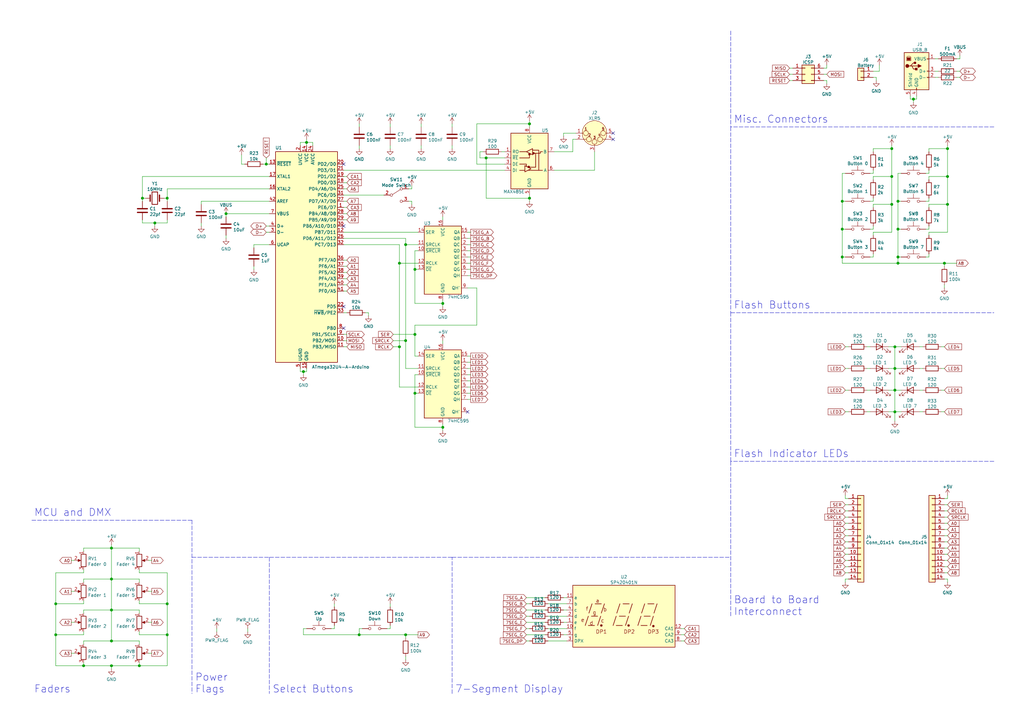
<source format=kicad_sch>
(kicad_sch (version 20210406) (generator eeschema)
  (paper "A3")
  (junction (at 22.86 247.65) (diameter 1.016))
  (junction (at 22.86 260.35) (diameter 1.016))
  (junction (at 34.29 273.05) (diameter 1.016))
  (junction (at 45.72 224.79) (diameter 1.016))
  (junction (at 45.72 237.49) (diameter 1.016))
  (junction (at 45.72 250.19) (diameter 1.016))
  (junction (at 45.72 262.89) (diameter 1.016))
  (junction (at 45.72 273.05) (diameter 1.016))
  (junction (at 57.15 273.05) (diameter 1.016))
  (junction (at 58.42 81.28) (diameter 1.016))
  (junction (at 63.5 91.44) (diameter 1.016))
  (junction (at 68.58 81.28) (diameter 1.016))
  (junction (at 68.58 247.65) (diameter 1.016))
  (junction (at 68.58 260.35) (diameter 1.016))
  (junction (at 92.71 87.63) (diameter 1.016))
  (junction (at 109.22 67.31) (diameter 1.016))
  (junction (at 124.46 152.4) (diameter 1.016))
  (junction (at 125.73 58.42) (diameter 1.016))
  (junction (at 147.32 260.35) (diameter 1.016))
  (junction (at 163.83 107.95) (diameter 1.016))
  (junction (at 163.83 142.24) (diameter 1.016))
  (junction (at 166.37 100.33) (diameter 1.016))
  (junction (at 166.37 139.7) (diameter 1.016))
  (junction (at 166.37 260.35) (diameter 1.016))
  (junction (at 170.18 110.49) (diameter 1.016))
  (junction (at 170.18 137.16) (diameter 1.016))
  (junction (at 170.18 161.29) (diameter 1.016))
  (junction (at 181.61 124.46) (diameter 1.016))
  (junction (at 181.61 175.26) (diameter 1.016))
  (junction (at 199.39 64.77) (diameter 1.016))
  (junction (at 217.17 50.8) (diameter 1.016))
  (junction (at 217.17 81.28) (diameter 1.016))
  (junction (at 345.44 82.55) (diameter 1.016))
  (junction (at 345.44 93.98) (diameter 1.016))
  (junction (at 345.44 105.41) (diameter 1.016))
  (junction (at 365.76 60.96) (diameter 1.016))
  (junction (at 365.76 72.39) (diameter 1.016))
  (junction (at 365.76 83.82) (diameter 1.016))
  (junction (at 367.03 142.24) (diameter 1.016))
  (junction (at 367.03 151.13) (diameter 1.016))
  (junction (at 367.03 160.02) (diameter 1.016))
  (junction (at 367.03 168.91) (diameter 1.016))
  (junction (at 368.3 82.55) (diameter 1.016))
  (junction (at 368.3 93.98) (diameter 1.016))
  (junction (at 368.3 105.41) (diameter 1.016))
  (junction (at 368.3 107.95) (diameter 1.016))
  (junction (at 374.65 40.64) (diameter 1.016))
  (junction (at 387.35 107.95) (diameter 1.016))
  (junction (at 388.62 60.96) (diameter 1.016))
  (junction (at 388.62 72.39) (diameter 1.016))
  (junction (at 388.62 83.82) (diameter 1.016))
  (no_connect (at 140.97 67.31))
  (no_connect (at 140.97 92.71))
  (no_connect (at 140.97 125.73))
  (no_connect (at 140.97 134.62))
  (no_connect (at 191.77 168.91))
  (no_connect (at 251.46 54.61))
  (no_connect (at 251.46 57.15))
  (wire (pts (xy 22.86 234.95) (xy 34.29 234.95)))
  (wire (pts (xy 22.86 247.65) (xy 22.86 234.95)))
  (wire (pts (xy 22.86 260.35) (xy 22.86 247.65)))
  (wire (pts (xy 22.86 273.05) (xy 22.86 260.35)))
  (wire (pts (xy 30.48 229.87) (xy 29.21 229.87)))
  (wire (pts (xy 30.48 242.57) (xy 29.21 242.57)))
  (wire (pts (xy 30.48 255.27) (xy 29.21 255.27)))
  (wire (pts (xy 30.48 267.97) (xy 29.21 267.97)))
  (wire (pts (xy 34.29 224.79) (xy 34.29 226.06)))
  (wire (pts (xy 34.29 233.68) (xy 34.29 234.95)))
  (wire (pts (xy 34.29 237.49) (xy 45.72 237.49)))
  (wire (pts (xy 34.29 238.76) (xy 34.29 237.49)))
  (wire (pts (xy 34.29 246.38) (xy 34.29 247.65)))
  (wire (pts (xy 34.29 247.65) (xy 22.86 247.65)))
  (wire (pts (xy 34.29 250.19) (xy 45.72 250.19)))
  (wire (pts (xy 34.29 251.46) (xy 34.29 250.19)))
  (wire (pts (xy 34.29 259.08) (xy 34.29 260.35)))
  (wire (pts (xy 34.29 260.35) (xy 22.86 260.35)))
  (wire (pts (xy 34.29 262.89) (xy 45.72 262.89)))
  (wire (pts (xy 34.29 264.16) (xy 34.29 262.89)))
  (wire (pts (xy 34.29 271.78) (xy 34.29 273.05)))
  (wire (pts (xy 34.29 273.05) (xy 22.86 273.05)))
  (wire (pts (xy 34.29 273.05) (xy 45.72 273.05)))
  (wire (pts (xy 45.72 223.52) (xy 45.72 224.79)))
  (wire (pts (xy 45.72 224.79) (xy 34.29 224.79)))
  (wire (pts (xy 45.72 224.79) (xy 45.72 237.49)))
  (wire (pts (xy 45.72 224.79) (xy 57.15 224.79)))
  (wire (pts (xy 45.72 237.49) (xy 45.72 250.19)))
  (wire (pts (xy 45.72 237.49) (xy 57.15 237.49)))
  (wire (pts (xy 45.72 250.19) (xy 45.72 262.89)))
  (wire (pts (xy 45.72 250.19) (xy 57.15 250.19)))
  (wire (pts (xy 45.72 262.89) (xy 57.15 262.89)))
  (wire (pts (xy 45.72 273.05) (xy 45.72 274.32)))
  (wire (pts (xy 45.72 273.05) (xy 57.15 273.05)))
  (wire (pts (xy 57.15 226.06) (xy 57.15 224.79)))
  (wire (pts (xy 57.15 233.68) (xy 57.15 234.95)))
  (wire (pts (xy 57.15 234.95) (xy 68.58 234.95)))
  (wire (pts (xy 57.15 238.76) (xy 57.15 237.49)))
  (wire (pts (xy 57.15 246.38) (xy 57.15 247.65)))
  (wire (pts (xy 57.15 247.65) (xy 68.58 247.65)))
  (wire (pts (xy 57.15 251.46) (xy 57.15 250.19)))
  (wire (pts (xy 57.15 259.08) (xy 57.15 260.35)))
  (wire (pts (xy 57.15 260.35) (xy 68.58 260.35)))
  (wire (pts (xy 57.15 264.16) (xy 57.15 262.89)))
  (wire (pts (xy 57.15 273.05) (xy 57.15 271.78)))
  (wire (pts (xy 58.42 72.39) (xy 58.42 81.28)))
  (wire (pts (xy 58.42 72.39) (xy 110.49 72.39)))
  (wire (pts (xy 58.42 81.28) (xy 58.42 82.55)))
  (wire (pts (xy 58.42 90.17) (xy 58.42 91.44)))
  (wire (pts (xy 59.69 81.28) (xy 58.42 81.28)))
  (wire (pts (xy 60.96 229.87) (xy 62.23 229.87)))
  (wire (pts (xy 60.96 242.57) (xy 62.23 242.57)))
  (wire (pts (xy 60.96 255.27) (xy 62.23 255.27)))
  (wire (pts (xy 60.96 267.97) (xy 62.23 267.97)))
  (wire (pts (xy 63.5 91.44) (xy 58.42 91.44)))
  (wire (pts (xy 63.5 91.44) (xy 63.5 92.71)))
  (wire (pts (xy 67.31 81.28) (xy 68.58 81.28)))
  (wire (pts (xy 68.58 77.47) (xy 68.58 81.28)))
  (wire (pts (xy 68.58 77.47) (xy 110.49 77.47)))
  (wire (pts (xy 68.58 82.55) (xy 68.58 81.28)))
  (wire (pts (xy 68.58 90.17) (xy 68.58 91.44)))
  (wire (pts (xy 68.58 91.44) (xy 63.5 91.44)))
  (wire (pts (xy 68.58 234.95) (xy 68.58 247.65)))
  (wire (pts (xy 68.58 247.65) (xy 68.58 260.35)))
  (wire (pts (xy 68.58 260.35) (xy 68.58 273.05)))
  (wire (pts (xy 68.58 273.05) (xy 57.15 273.05)))
  (wire (pts (xy 82.55 82.55) (xy 110.49 82.55)))
  (wire (pts (xy 82.55 83.82) (xy 82.55 82.55)))
  (wire (pts (xy 82.55 91.44) (xy 82.55 92.71)))
  (wire (pts (xy 88.9 257.81) (xy 88.9 259.08)))
  (wire (pts (xy 92.71 87.63) (xy 92.71 88.9)))
  (wire (pts (xy 92.71 96.52) (xy 92.71 97.79)))
  (wire (pts (xy 99.06 67.31) (xy 99.06 63.5)))
  (wire (pts (xy 100.33 67.31) (xy 99.06 67.31)))
  (wire (pts (xy 101.6 257.81) (xy 101.6 259.08)))
  (wire (pts (xy 104.14 100.33) (xy 110.49 100.33)))
  (wire (pts (xy 104.14 101.6) (xy 104.14 100.33)))
  (wire (pts (xy 104.14 109.22) (xy 104.14 110.49)))
  (wire (pts (xy 107.95 67.31) (xy 109.22 67.31)))
  (wire (pts (xy 109.22 64.77) (xy 109.22 67.31)))
  (wire (pts (xy 109.22 67.31) (xy 110.49 67.31)))
  (wire (pts (xy 109.22 92.71) (xy 110.49 92.71)))
  (wire (pts (xy 109.22 95.25) (xy 110.49 95.25)))
  (wire (pts (xy 110.49 87.63) (xy 92.71 87.63)))
  (wire (pts (xy 123.19 58.42) (xy 125.73 58.42)))
  (wire (pts (xy 123.19 59.69) (xy 123.19 58.42)))
  (wire (pts (xy 123.19 151.13) (xy 123.19 152.4)))
  (wire (pts (xy 123.19 152.4) (xy 124.46 152.4)))
  (wire (pts (xy 124.46 152.4) (xy 124.46 153.67)))
  (wire (pts (xy 124.46 152.4) (xy 125.73 152.4)))
  (wire (pts (xy 124.46 257.81) (xy 124.46 260.35)))
  (wire (pts (xy 124.46 257.81) (xy 125.73 257.81)))
  (wire (pts (xy 124.46 260.35) (xy 147.32 260.35)))
  (wire (pts (xy 125.73 57.15) (xy 125.73 58.42)))
  (wire (pts (xy 125.73 58.42) (xy 125.73 59.69)))
  (wire (pts (xy 125.73 151.13) (xy 125.73 152.4)))
  (wire (pts (xy 128.27 58.42) (xy 125.73 58.42)))
  (wire (pts (xy 128.27 59.69) (xy 128.27 58.42)))
  (wire (pts (xy 137.16 247.65) (xy 137.16 248.92)))
  (wire (pts (xy 137.16 256.54) (xy 137.16 257.81)))
  (wire (pts (xy 137.16 257.81) (xy 135.89 257.81)))
  (wire (pts (xy 140.97 69.85) (xy 207.01 69.85)))
  (wire (pts (xy 140.97 72.39) (xy 142.24 72.39)))
  (wire (pts (xy 140.97 74.93) (xy 142.24 74.93)))
  (wire (pts (xy 140.97 77.47) (xy 142.24 77.47)))
  (wire (pts (xy 140.97 80.01) (xy 157.48 80.01)))
  (wire (pts (xy 140.97 82.55) (xy 142.24 82.55)))
  (wire (pts (xy 140.97 85.09) (xy 142.24 85.09)))
  (wire (pts (xy 140.97 87.63) (xy 142.24 87.63)))
  (wire (pts (xy 140.97 90.17) (xy 142.24 90.17)))
  (wire (pts (xy 140.97 95.25) (xy 171.45 95.25)))
  (wire (pts (xy 140.97 97.79) (xy 166.37 97.79)))
  (wire (pts (xy 140.97 100.33) (xy 163.83 100.33)))
  (wire (pts (xy 140.97 106.68) (xy 142.24 106.68)))
  (wire (pts (xy 140.97 109.22) (xy 142.24 109.22)))
  (wire (pts (xy 140.97 111.76) (xy 142.24 111.76)))
  (wire (pts (xy 140.97 114.3) (xy 142.24 114.3)))
  (wire (pts (xy 140.97 116.84) (xy 142.24 116.84)))
  (wire (pts (xy 140.97 119.38) (xy 142.24 119.38)))
  (wire (pts (xy 140.97 128.27) (xy 142.24 128.27)))
  (wire (pts (xy 140.97 137.16) (xy 142.24 137.16)))
  (wire (pts (xy 140.97 139.7) (xy 142.24 139.7)))
  (wire (pts (xy 140.97 142.24) (xy 142.24 142.24)))
  (wire (pts (xy 147.32 50.8) (xy 147.32 52.07)))
  (wire (pts (xy 147.32 59.69) (xy 147.32 60.96)))
  (wire (pts (xy 147.32 257.81) (xy 147.32 260.35)))
  (wire (pts (xy 147.32 257.81) (xy 148.59 257.81)))
  (wire (pts (xy 147.32 260.35) (xy 166.37 260.35)))
  (wire (pts (xy 151.13 128.27) (xy 149.86 128.27)))
  (wire (pts (xy 151.13 129.54) (xy 151.13 128.27)))
  (wire (pts (xy 158.75 257.81) (xy 160.02 257.81)))
  (wire (pts (xy 160.02 50.8) (xy 160.02 52.07)))
  (wire (pts (xy 160.02 59.69) (xy 160.02 60.96)))
  (wire (pts (xy 160.02 247.65) (xy 160.02 248.92)))
  (wire (pts (xy 160.02 257.81) (xy 160.02 256.54)))
  (wire (pts (xy 161.29 137.16) (xy 170.18 137.16)))
  (wire (pts (xy 161.29 139.7) (xy 166.37 139.7)))
  (wire (pts (xy 161.29 142.24) (xy 163.83 142.24)))
  (wire (pts (xy 163.83 100.33) (xy 163.83 107.95)))
  (wire (pts (xy 163.83 107.95) (xy 171.45 107.95)))
  (wire (pts (xy 163.83 142.24) (xy 163.83 107.95)))
  (wire (pts (xy 163.83 142.24) (xy 163.83 158.75)))
  (wire (pts (xy 166.37 97.79) (xy 166.37 100.33)))
  (wire (pts (xy 166.37 100.33) (xy 171.45 100.33)))
  (wire (pts (xy 166.37 139.7) (xy 166.37 100.33)))
  (wire (pts (xy 166.37 139.7) (xy 166.37 151.13)))
  (wire (pts (xy 166.37 260.35) (xy 166.37 261.62)))
  (wire (pts (xy 166.37 260.35) (xy 171.45 260.35)))
  (wire (pts (xy 166.37 269.24) (xy 166.37 270.51)))
  (wire (pts (xy 167.64 77.47) (xy 168.91 77.47)))
  (wire (pts (xy 167.64 82.55) (xy 168.91 82.55)))
  (wire (pts (xy 168.91 76.2) (xy 168.91 77.47)))
  (wire (pts (xy 168.91 82.55) (xy 168.91 83.82)))
  (wire (pts (xy 170.18 102.87) (xy 170.18 110.49)))
  (wire (pts (xy 170.18 110.49) (xy 170.18 124.46)))
  (wire (pts (xy 170.18 124.46) (xy 181.61 124.46)))
  (wire (pts (xy 170.18 133.35) (xy 170.18 137.16)))
  (wire (pts (xy 170.18 137.16) (xy 170.18 146.05)))
  (wire (pts (xy 170.18 146.05) (xy 171.45 146.05)))
  (wire (pts (xy 170.18 153.67) (xy 170.18 161.29)))
  (wire (pts (xy 170.18 161.29) (xy 170.18 175.26)))
  (wire (pts (xy 170.18 175.26) (xy 181.61 175.26)))
  (wire (pts (xy 171.45 102.87) (xy 170.18 102.87)))
  (wire (pts (xy 171.45 110.49) (xy 170.18 110.49)))
  (wire (pts (xy 171.45 151.13) (xy 166.37 151.13)))
  (wire (pts (xy 171.45 153.67) (xy 170.18 153.67)))
  (wire (pts (xy 171.45 158.75) (xy 163.83 158.75)))
  (wire (pts (xy 171.45 161.29) (xy 170.18 161.29)))
  (wire (pts (xy 172.72 50.8) (xy 172.72 52.07)))
  (wire (pts (xy 172.72 59.69) (xy 172.72 60.96)))
  (wire (pts (xy 181.61 88.9) (xy 181.61 90.17)))
  (wire (pts (xy 181.61 123.19) (xy 181.61 124.46)))
  (wire (pts (xy 181.61 124.46) (xy 181.61 125.73)))
  (wire (pts (xy 181.61 139.7) (xy 181.61 140.97)))
  (wire (pts (xy 181.61 173.99) (xy 181.61 175.26)))
  (wire (pts (xy 181.61 175.26) (xy 181.61 176.53)))
  (wire (pts (xy 185.42 50.8) (xy 185.42 52.07)))
  (wire (pts (xy 185.42 59.69) (xy 185.42 60.96)))
  (wire (pts (xy 191.77 95.25) (xy 193.04 95.25)))
  (wire (pts (xy 191.77 97.79) (xy 193.04 97.79)))
  (wire (pts (xy 191.77 100.33) (xy 193.04 100.33)))
  (wire (pts (xy 191.77 102.87) (xy 193.04 102.87)))
  (wire (pts (xy 191.77 105.41) (xy 193.04 105.41)))
  (wire (pts (xy 191.77 107.95) (xy 193.04 107.95)))
  (wire (pts (xy 191.77 110.49) (xy 193.04 110.49)))
  (wire (pts (xy 191.77 113.03) (xy 193.04 113.03)))
  (wire (pts (xy 191.77 118.11) (xy 195.58 118.11)))
  (wire (pts (xy 191.77 146.05) (xy 193.04 146.05)))
  (wire (pts (xy 191.77 148.59) (xy 193.04 148.59)))
  (wire (pts (xy 191.77 151.13) (xy 193.04 151.13)))
  (wire (pts (xy 191.77 153.67) (xy 193.04 153.67)))
  (wire (pts (xy 191.77 156.21) (xy 193.04 156.21)))
  (wire (pts (xy 191.77 158.75) (xy 193.04 158.75)))
  (wire (pts (xy 191.77 161.29) (xy 193.04 161.29)))
  (wire (pts (xy 191.77 163.83) (xy 193.04 163.83)))
  (wire (pts (xy 195.58 67.31) (xy 195.58 50.8)))
  (wire (pts (xy 195.58 118.11) (xy 195.58 133.35)))
  (wire (pts (xy 195.58 133.35) (xy 170.18 133.35)))
  (wire (pts (xy 196.85 62.23) (xy 196.85 64.77)))
  (wire (pts (xy 198.12 62.23) (xy 196.85 62.23)))
  (wire (pts (xy 199.39 64.77) (xy 196.85 64.77)))
  (wire (pts (xy 199.39 64.77) (xy 199.39 81.28)))
  (wire (pts (xy 199.39 81.28) (xy 217.17 81.28)))
  (wire (pts (xy 207.01 62.23) (xy 205.74 62.23)))
  (wire (pts (xy 207.01 64.77) (xy 199.39 64.77)))
  (wire (pts (xy 207.01 67.31) (xy 195.58 67.31)))
  (wire (pts (xy 215.9 245.11) (xy 223.52 245.11)))
  (wire (pts (xy 215.9 247.65) (xy 217.17 247.65)))
  (wire (pts (xy 215.9 250.19) (xy 223.52 250.19)))
  (wire (pts (xy 215.9 252.73) (xy 217.17 252.73)))
  (wire (pts (xy 215.9 255.27) (xy 223.52 255.27)))
  (wire (pts (xy 215.9 257.81) (xy 217.17 257.81)))
  (wire (pts (xy 215.9 260.35) (xy 223.52 260.35)))
  (wire (pts (xy 215.9 262.89) (xy 217.17 262.89)))
  (wire (pts (xy 217.17 49.53) (xy 217.17 50.8)))
  (wire (pts (xy 217.17 50.8) (xy 195.58 50.8)))
  (wire (pts (xy 217.17 50.8) (xy 217.17 52.07)))
  (wire (pts (xy 217.17 80.01) (xy 217.17 81.28)))
  (wire (pts (xy 217.17 81.28) (xy 217.17 82.55)))
  (wire (pts (xy 224.79 247.65) (xy 232.41 247.65)))
  (wire (pts (xy 224.79 252.73) (xy 232.41 252.73)))
  (wire (pts (xy 224.79 257.81) (xy 232.41 257.81)))
  (wire (pts (xy 224.79 262.89) (xy 232.41 262.89)))
  (wire (pts (xy 231.14 54.61) (xy 231.14 55.88)))
  (wire (pts (xy 231.14 245.11) (xy 232.41 245.11)))
  (wire (pts (xy 231.14 250.19) (xy 232.41 250.19)))
  (wire (pts (xy 231.14 255.27) (xy 232.41 255.27)))
  (wire (pts (xy 231.14 260.35) (xy 232.41 260.35)))
  (wire (pts (xy 234.95 57.15) (xy 236.22 57.15)))
  (wire (pts (xy 234.95 62.23) (xy 227.33 62.23)))
  (wire (pts (xy 234.95 62.23) (xy 234.95 57.15)))
  (wire (pts (xy 236.22 54.61) (xy 231.14 54.61)))
  (wire (pts (xy 243.84 62.23) (xy 243.84 69.85)))
  (wire (pts (xy 243.84 69.85) (xy 227.33 69.85)))
  (wire (pts (xy 279.4 257.81) (xy 280.67 257.81)))
  (wire (pts (xy 279.4 260.35) (xy 280.67 260.35)))
  (wire (pts (xy 279.4 262.89) (xy 280.67 262.89)))
  (wire (pts (xy 323.85 27.94) (xy 325.12 27.94)))
  (wire (pts (xy 323.85 30.48) (xy 325.12 30.48)))
  (wire (pts (xy 323.85 33.02) (xy 325.12 33.02)))
  (wire (pts (xy 337.82 27.94) (xy 339.09 27.94)))
  (wire (pts (xy 337.82 30.48) (xy 339.09 30.48)))
  (wire (pts (xy 339.09 26.67) (xy 339.09 27.94)))
  (wire (pts (xy 339.09 33.02) (xy 337.82 33.02)))
  (wire (pts (xy 339.09 34.29) (xy 339.09 33.02)))
  (wire (pts (xy 345.44 71.12) (xy 345.44 82.55)))
  (wire (pts (xy 345.44 71.12) (xy 346.71 71.12)))
  (wire (pts (xy 345.44 82.55) (xy 345.44 93.98)))
  (wire (pts (xy 345.44 82.55) (xy 346.71 82.55)))
  (wire (pts (xy 345.44 93.98) (xy 345.44 105.41)))
  (wire (pts (xy 345.44 93.98) (xy 346.71 93.98)))
  (wire (pts (xy 345.44 105.41) (xy 345.44 107.95)))
  (wire (pts (xy 345.44 105.41) (xy 346.71 105.41)))
  (wire (pts (xy 345.44 107.95) (xy 368.3 107.95)))
  (wire (pts (xy 346.71 142.24) (xy 347.98 142.24)))
  (wire (pts (xy 346.71 151.13) (xy 347.98 151.13)))
  (wire (pts (xy 346.71 160.02) (xy 347.98 160.02)))
  (wire (pts (xy 346.71 168.91) (xy 347.98 168.91)))
  (wire (pts (xy 346.71 203.2) (xy 346.71 204.47)))
  (wire (pts (xy 346.71 204.47) (xy 347.98 204.47)))
  (wire (pts (xy 346.71 207.01) (xy 347.98 207.01)))
  (wire (pts (xy 346.71 209.55) (xy 347.98 209.55)))
  (wire (pts (xy 346.71 212.09) (xy 347.98 212.09)))
  (wire (pts (xy 346.71 229.87) (xy 347.98 229.87)))
  (wire (pts (xy 346.71 232.41) (xy 347.98 232.41)))
  (wire (pts (xy 346.71 234.95) (xy 347.98 234.95)))
  (wire (pts (xy 346.71 237.49) (xy 347.98 237.49)))
  (wire (pts (xy 346.71 238.76) (xy 346.71 237.49)))
  (wire (pts (xy 347.98 214.63) (xy 346.71 214.63)))
  (wire (pts (xy 347.98 217.17) (xy 346.71 217.17)))
  (wire (pts (xy 347.98 219.71) (xy 346.71 219.71)))
  (wire (pts (xy 347.98 222.25) (xy 346.71 222.25)))
  (wire (pts (xy 347.98 224.79) (xy 346.71 224.79)))
  (wire (pts (xy 347.98 227.33) (xy 346.71 227.33)))
  (wire (pts (xy 355.6 142.24) (xy 356.87 142.24)))
  (wire (pts (xy 355.6 151.13) (xy 356.87 151.13)))
  (wire (pts (xy 355.6 160.02) (xy 356.87 160.02)))
  (wire (pts (xy 355.6 168.91) (xy 356.87 168.91)))
  (wire (pts (xy 358.14 60.96) (xy 358.14 62.23)))
  (wire (pts (xy 358.14 69.85) (xy 358.14 71.12)))
  (wire (pts (xy 358.14 71.12) (xy 356.87 71.12)))
  (wire (pts (xy 358.14 72.39) (xy 358.14 73.66)))
  (wire (pts (xy 358.14 72.39) (xy 365.76 72.39)))
  (wire (pts (xy 358.14 81.28) (xy 358.14 82.55)))
  (wire (pts (xy 358.14 82.55) (xy 356.87 82.55)))
  (wire (pts (xy 358.14 83.82) (xy 358.14 85.09)))
  (wire (pts (xy 358.14 83.82) (xy 365.76 83.82)))
  (wire (pts (xy 358.14 92.71) (xy 358.14 93.98)))
  (wire (pts (xy 358.14 93.98) (xy 356.87 93.98)))
  (wire (pts (xy 358.14 95.25) (xy 358.14 96.52)))
  (wire (pts (xy 358.14 95.25) (xy 365.76 95.25)))
  (wire (pts (xy 358.14 104.14) (xy 358.14 105.41)))
  (wire (pts (xy 358.14 105.41) (xy 356.87 105.41)))
  (wire (pts (xy 359.41 31.75) (xy 358.14 31.75)))
  (wire (pts (xy 359.41 33.02) (xy 359.41 31.75)))
  (wire (pts (xy 360.68 26.67) (xy 360.68 29.21)))
  (wire (pts (xy 360.68 29.21) (xy 358.14 29.21)))
  (wire (pts (xy 364.49 142.24) (xy 367.03 142.24)))
  (wire (pts (xy 364.49 151.13) (xy 367.03 151.13)))
  (wire (pts (xy 364.49 160.02) (xy 367.03 160.02)))
  (wire (pts (xy 364.49 168.91) (xy 367.03 168.91)))
  (wire (pts (xy 365.76 59.69) (xy 365.76 60.96)))
  (wire (pts (xy 365.76 60.96) (xy 358.14 60.96)))
  (wire (pts (xy 365.76 72.39) (xy 365.76 60.96)))
  (wire (pts (xy 365.76 72.39) (xy 365.76 83.82)))
  (wire (pts (xy 365.76 83.82) (xy 365.76 95.25)))
  (wire (pts (xy 367.03 142.24) (xy 367.03 151.13)))
  (wire (pts (xy 367.03 142.24) (xy 369.57 142.24)))
  (wire (pts (xy 367.03 151.13) (xy 367.03 160.02)))
  (wire (pts (xy 367.03 151.13) (xy 369.57 151.13)))
  (wire (pts (xy 367.03 160.02) (xy 367.03 168.91)))
  (wire (pts (xy 367.03 160.02) (xy 369.57 160.02)))
  (wire (pts (xy 367.03 168.91) (xy 367.03 172.72)))
  (wire (pts (xy 367.03 168.91) (xy 369.57 168.91)))
  (wire (pts (xy 368.3 71.12) (xy 368.3 82.55)))
  (wire (pts (xy 368.3 82.55) (xy 368.3 93.98)))
  (wire (pts (xy 368.3 82.55) (xy 369.57 82.55)))
  (wire (pts (xy 368.3 93.98) (xy 368.3 105.41)))
  (wire (pts (xy 368.3 93.98) (xy 369.57 93.98)))
  (wire (pts (xy 368.3 105.41) (xy 368.3 107.95)))
  (wire (pts (xy 368.3 105.41) (xy 369.57 105.41)))
  (wire (pts (xy 368.3 107.95) (xy 387.35 107.95)))
  (wire (pts (xy 369.57 71.12) (xy 368.3 71.12)))
  (wire (pts (xy 373.38 39.37) (xy 373.38 40.64)))
  (wire (pts (xy 374.65 40.64) (xy 373.38 40.64)))
  (wire (pts (xy 374.65 40.64) (xy 374.65 41.91)))
  (wire (pts (xy 375.92 39.37) (xy 375.92 40.64)))
  (wire (pts (xy 375.92 40.64) (xy 374.65 40.64)))
  (wire (pts (xy 377.19 142.24) (xy 378.46 142.24)))
  (wire (pts (xy 377.19 151.13) (xy 378.46 151.13)))
  (wire (pts (xy 377.19 160.02) (xy 378.46 160.02)))
  (wire (pts (xy 377.19 168.91) (xy 378.46 168.91)))
  (wire (pts (xy 379.73 71.12) (xy 381 71.12)))
  (wire (pts (xy 379.73 82.55) (xy 381 82.55)))
  (wire (pts (xy 379.73 93.98) (xy 381 93.98)))
  (wire (pts (xy 379.73 105.41) (xy 381 105.41)))
  (wire (pts (xy 381 60.96) (xy 381 62.23)))
  (wire (pts (xy 381 71.12) (xy 381 69.85)))
  (wire (pts (xy 381 72.39) (xy 388.62 72.39)))
  (wire (pts (xy 381 73.66) (xy 381 72.39)))
  (wire (pts (xy 381 82.55) (xy 381 81.28)))
  (wire (pts (xy 381 83.82) (xy 388.62 83.82)))
  (wire (pts (xy 381 85.09) (xy 381 83.82)))
  (wire (pts (xy 381 93.98) (xy 381 92.71)))
  (wire (pts (xy 381 95.25) (xy 388.62 95.25)))
  (wire (pts (xy 381 96.52) (xy 381 95.25)))
  (wire (pts (xy 381 105.41) (xy 381 104.14)))
  (wire (pts (xy 383.54 24.13) (xy 384.81 24.13)))
  (wire (pts (xy 383.54 29.21) (xy 384.81 29.21)))
  (wire (pts (xy 383.54 31.75) (xy 384.81 31.75)))
  (wire (pts (xy 386.08 142.24) (xy 387.35 142.24)))
  (wire (pts (xy 386.08 151.13) (xy 387.35 151.13)))
  (wire (pts (xy 386.08 160.02) (xy 387.35 160.02)))
  (wire (pts (xy 386.08 168.91) (xy 387.35 168.91)))
  (wire (pts (xy 387.35 107.95) (xy 387.35 109.22)))
  (wire (pts (xy 387.35 107.95) (xy 392.43 107.95)))
  (wire (pts (xy 387.35 116.84) (xy 387.35 118.11)))
  (wire (pts (xy 387.35 214.63) (xy 388.62 214.63)))
  (wire (pts (xy 387.35 217.17) (xy 388.62 217.17)))
  (wire (pts (xy 387.35 219.71) (xy 388.62 219.71)))
  (wire (pts (xy 387.35 222.25) (xy 388.62 222.25)))
  (wire (pts (xy 387.35 224.79) (xy 388.62 224.79)))
  (wire (pts (xy 387.35 227.33) (xy 388.62 227.33)))
  (wire (pts (xy 388.62 59.69) (xy 388.62 60.96)))
  (wire (pts (xy 388.62 60.96) (xy 381 60.96)))
  (wire (pts (xy 388.62 72.39) (xy 388.62 60.96)))
  (wire (pts (xy 388.62 72.39) (xy 388.62 83.82)))
  (wire (pts (xy 388.62 83.82) (xy 388.62 95.25)))
  (wire (pts (xy 388.62 203.2) (xy 388.62 204.47)))
  (wire (pts (xy 388.62 204.47) (xy 387.35 204.47)))
  (wire (pts (xy 388.62 207.01) (xy 387.35 207.01)))
  (wire (pts (xy 388.62 209.55) (xy 387.35 209.55)))
  (wire (pts (xy 388.62 212.09) (xy 387.35 212.09)))
  (wire (pts (xy 388.62 229.87) (xy 387.35 229.87)))
  (wire (pts (xy 388.62 232.41) (xy 387.35 232.41)))
  (wire (pts (xy 388.62 234.95) (xy 387.35 234.95)))
  (wire (pts (xy 388.62 237.49) (xy 387.35 237.49)))
  (wire (pts (xy 388.62 238.76) (xy 388.62 237.49)))
  (wire (pts (xy 392.43 24.13) (xy 393.7 24.13)))
  (wire (pts (xy 392.43 29.21) (xy 393.7 29.21)))
  (wire (pts (xy 392.43 31.75) (xy 393.7 31.75)))
  (wire (pts (xy 393.7 22.86) (xy 393.7 24.13)))
  (polyline (pts (xy 78.74 213.36) (xy 12.7 213.36)) (stroke (width 0) (type dash)))
  (polyline (pts (xy 78.74 213.36) (xy 78.74 284.48)) (stroke (width 0) (type dash)))
  (polyline (pts (xy 78.74 228.6) (xy 110.49 228.6)) (stroke (width 0) (type dash)))
  (polyline (pts (xy 110.49 228.6) (xy 110.49 284.48)) (stroke (width 0) (type dash)))
  (polyline (pts (xy 185.42 228.6) (xy 110.49 228.6)) (stroke (width 0) (type dash)))
  (polyline (pts (xy 185.42 228.6) (xy 299.72 228.6)) (stroke (width 0) (type dash)))
  (polyline (pts (xy 185.42 284.48) (xy 185.42 228.6)) (stroke (width 0) (type dash)))
  (polyline (pts (xy 299.72 12.7) (xy 299.72 52.07)) (stroke (width 0) (type dash)))
  (polyline (pts (xy 299.72 52.07) (xy 299.72 128.27)) (stroke (width 0) (type dash)))
  (polyline (pts (xy 299.72 128.27) (xy 407.67 128.27)) (stroke (width 0) (type dash)))
  (polyline (pts (xy 299.72 189.23) (xy 299.72 128.27)) (stroke (width 0) (type dash)))
  (polyline (pts (xy 299.72 189.23) (xy 299.72 252.73)) (stroke (width 0) (type dash)))
  (polyline (pts (xy 407.67 52.07) (xy 299.72 52.07)) (stroke (width 0) (type dash)))
  (polyline (pts (xy 407.67 189.23) (xy 299.72 189.23)) (stroke (width 0) (type dash)))
  (text "MCU and DMX" (at 13.97 212.09 0) (effects (font (size 3 3)) (justify left bottom)))
  (text "Faders" (at 13.97 284.48 0) (effects (font (size 3 3)) (justify left bottom)))
  (text "Power\nFlags\n" (at 80.01 284.48 0) (effects (font (size 3 3)) (justify left bottom)))
  (text "Select Buttons" (at 111.76 284.48 0) (effects (font (size 3 3)) (justify left bottom)))
  (text "7-Segment Display" (at 186.69 284.48 0) (effects (font (size 3 3)) (justify left bottom)))
  (text "Misc. Connectors" (at 300.99 50.8 0) (effects (font (size 3 3)) (justify left bottom)))
  (text "Flash Buttons" (at 300.99 127 0) (effects (font (size 3 3)) (justify left bottom)))
  (text "Flash Indicator LEDs" (at 300.99 187.96 0) (effects (font (size 3 3)) (justify left bottom)))
  (text "Board to Board\nInterconnect" (at 300.99 252.73 0) (effects (font (size 3 3)) (justify left bottom)))
  (global_label "A0" (shape output) (at 29.21 229.87 180) (property "Intersheet References" "${INTERSHEET_REFS}" (effects hide)))
  (global_label "A1" (shape output) (at 29.21 242.57 180) (property "Intersheet References" "${INTERSHEET_REFS}" (effects hide)))
  (global_label "A2" (shape output) (at 29.21 255.27 180) (property "Intersheet References" "${INTERSHEET_REFS}" (effects hide)))
  (global_label "A3" (shape output) (at 29.21 267.97 180) (property "Intersheet References" "${INTERSHEET_REFS}" (effects hide)))
  (global_label "A4" (shape output) (at 62.23 229.87 0) (property "Intersheet References" "${INTERSHEET_REFS}" (effects hide)))
  (global_label "A5" (shape output) (at 62.23 242.57 0) (property "Intersheet References" "${INTERSHEET_REFS}" (effects hide)))
  (global_label "A6" (shape output) (at 62.23 255.27 0) (property "Intersheet References" "${INTERSHEET_REFS}" (effects hide)))
  (global_label "A7" (shape output) (at 62.23 267.97 0) (property "Intersheet References" "${INTERSHEET_REFS}" (effects hide)))
  (global_label "RESET" (shape input) (at 109.22 64.77 90) (property "Intersheet References" "${INTERSHEET_REFS}" (effects hide)))
  (global_label "D+" (shape bidirectional) (at 109.22 92.71 180) (property "Intersheet References" "${INTERSHEET_REFS}" (effects hide)))
  (global_label "D-" (shape bidirectional) (at 109.22 95.25 180) (property "Intersheet References" "${INTERSHEET_REFS}" (effects hide)))
  (global_label "CA1" (shape input) (at 142.24 72.39 0) (property "Intersheet References" "${INTERSHEET_REFS}" (effects hide)))
  (global_label "CA2" (shape input) (at 142.24 74.93 0) (property "Intersheet References" "${INTERSHEET_REFS}" (effects hide)))
  (global_label "A6" (shape input) (at 142.24 77.47 0) (property "Intersheet References" "${INTERSHEET_REFS}" (effects hide)))
  (global_label "A7" (shape input) (at 142.24 82.55 0) (property "Intersheet References" "${INTERSHEET_REFS}" (effects hide)))
  (global_label "CA3" (shape input) (at 142.24 85.09 0) (property "Intersheet References" "${INTERSHEET_REFS}" (effects hide)))
  (global_label "A8" (shape input) (at 142.24 87.63 0) (property "Intersheet References" "${INTERSHEET_REFS}" (effects hide)))
  (global_label "A9" (shape input) (at 142.24 90.17 0) (property "Intersheet References" "${INTERSHEET_REFS}" (effects hide)))
  (global_label "A0" (shape input) (at 142.24 106.68 0) (property "Intersheet References" "${INTERSHEET_REFS}" (effects hide)))
  (global_label "A1" (shape input) (at 142.24 109.22 0) (property "Intersheet References" "${INTERSHEET_REFS}" (effects hide)))
  (global_label "A2" (shape input) (at 142.24 111.76 0) (property "Intersheet References" "${INTERSHEET_REFS}" (effects hide)))
  (global_label "A3" (shape input) (at 142.24 114.3 0) (property "Intersheet References" "${INTERSHEET_REFS}" (effects hide)))
  (global_label "A4" (shape input) (at 142.24 116.84 0) (property "Intersheet References" "${INTERSHEET_REFS}" (effects hide)))
  (global_label "A5" (shape input) (at 142.24 119.38 0) (property "Intersheet References" "${INTERSHEET_REFS}" (effects hide)))
  (global_label "SCLK" (shape output) (at 142.24 137.16 0) (property "Intersheet References" "${INTERSHEET_REFS}" (effects hide)))
  (global_label "MOSI" (shape output) (at 142.24 139.7 0) (property "Intersheet References" "${INTERSHEET_REFS}" (effects hide)))
  (global_label "MISO" (shape input) (at 142.24 142.24 0) (property "Intersheet References" "${INTERSHEET_REFS}" (effects hide)))
  (global_label "SER" (shape input) (at 161.29 137.16 180) (property "Intersheet References" "${INTERSHEET_REFS}" (effects hide)))
  (global_label "SRCLK" (shape input) (at 161.29 139.7 180) (property "Intersheet References" "${INTERSHEET_REFS}" (effects hide)))
  (global_label "RCLK" (shape input) (at 161.29 142.24 180) (property "Intersheet References" "${INTERSHEET_REFS}" (effects hide)))
  (global_label "A9" (shape output) (at 171.45 260.35 0) (property "Intersheet References" "${INTERSHEET_REFS}" (effects hide)))
  (global_label "7SEG_A" (shape output) (at 193.04 95.25 0) (property "Intersheet References" "${INTERSHEET_REFS}" (effects hide)))
  (global_label "7SEG_B" (shape output) (at 193.04 97.79 0) (property "Intersheet References" "${INTERSHEET_REFS}" (effects hide)))
  (global_label "7SEG_C" (shape output) (at 193.04 100.33 0) (property "Intersheet References" "${INTERSHEET_REFS}" (effects hide)))
  (global_label "7SEG_D" (shape output) (at 193.04 102.87 0) (property "Intersheet References" "${INTERSHEET_REFS}" (effects hide)))
  (global_label "7SEG_E" (shape output) (at 193.04 105.41 0) (property "Intersheet References" "${INTERSHEET_REFS}" (effects hide)))
  (global_label "7SEG_F" (shape output) (at 193.04 107.95 0) (property "Intersheet References" "${INTERSHEET_REFS}" (effects hide)))
  (global_label "7SEG_G" (shape output) (at 193.04 110.49 0) (property "Intersheet References" "${INTERSHEET_REFS}" (effects hide)))
  (global_label "7SEG_DP" (shape output) (at 193.04 113.03 0) (property "Intersheet References" "${INTERSHEET_REFS}" (effects hide)))
  (global_label "LED0" (shape output) (at 193.04 146.05 0) (property "Intersheet References" "${INTERSHEET_REFS}" (effects hide)))
  (global_label "LED1" (shape output) (at 193.04 148.59 0) (property "Intersheet References" "${INTERSHEET_REFS}" (effects hide)))
  (global_label "LED2" (shape output) (at 193.04 151.13 0) (property "Intersheet References" "${INTERSHEET_REFS}" (effects hide)))
  (global_label "LED3" (shape output) (at 193.04 153.67 0) (property "Intersheet References" "${INTERSHEET_REFS}" (effects hide)))
  (global_label "LED4" (shape output) (at 193.04 156.21 0) (property "Intersheet References" "${INTERSHEET_REFS}" (effects hide)))
  (global_label "LED5" (shape output) (at 193.04 158.75 0) (property "Intersheet References" "${INTERSHEET_REFS}" (effects hide)))
  (global_label "LED6" (shape output) (at 193.04 161.29 0) (property "Intersheet References" "${INTERSHEET_REFS}" (effects hide)))
  (global_label "LED7" (shape output) (at 193.04 163.83 0) (property "Intersheet References" "${INTERSHEET_REFS}" (effects hide)))
  (global_label "7SEG_A" (shape input) (at 215.9 245.11 180) (property "Intersheet References" "${INTERSHEET_REFS}" (effects hide)))
  (global_label "7SEG_B" (shape input) (at 215.9 247.65 180) (property "Intersheet References" "${INTERSHEET_REFS}" (effects hide)))
  (global_label "7SEG_C" (shape input) (at 215.9 250.19 180) (property "Intersheet References" "${INTERSHEET_REFS}" (effects hide)))
  (global_label "7SEG_D" (shape input) (at 215.9 252.73 180) (property "Intersheet References" "${INTERSHEET_REFS}" (effects hide)))
  (global_label "7SEG_E" (shape input) (at 215.9 255.27 180) (property "Intersheet References" "${INTERSHEET_REFS}" (effects hide)))
  (global_label "7SEG_F" (shape input) (at 215.9 257.81 180) (property "Intersheet References" "${INTERSHEET_REFS}" (effects hide)))
  (global_label "7SEG_G" (shape input) (at 215.9 260.35 180) (property "Intersheet References" "${INTERSHEET_REFS}" (effects hide)))
  (global_label "7SEG_DP" (shape input) (at 215.9 262.89 180) (property "Intersheet References" "${INTERSHEET_REFS}" (effects hide)))
  (global_label "CA1" (shape input) (at 280.67 257.81 0) (property "Intersheet References" "${INTERSHEET_REFS}" (effects hide)))
  (global_label "CA2" (shape input) (at 280.67 260.35 0) (property "Intersheet References" "${INTERSHEET_REFS}" (effects hide)))
  (global_label "CA3" (shape input) (at 280.67 262.89 0) (property "Intersheet References" "${INTERSHEET_REFS}" (effects hide)))
  (global_label "MISO" (shape input) (at 323.85 27.94 180) (property "Intersheet References" "${INTERSHEET_REFS}" (effects hide)))
  (global_label "SCLK" (shape input) (at 323.85 30.48 180) (property "Intersheet References" "${INTERSHEET_REFS}" (effects hide)))
  (global_label "RESET" (shape input) (at 323.85 33.02 180) (property "Intersheet References" "${INTERSHEET_REFS}" (effects hide)))
  (global_label "MOSI" (shape input) (at 339.09 30.48 0) (property "Intersheet References" "${INTERSHEET_REFS}" (effects hide)))
  (global_label "LED0" (shape input) (at 346.71 142.24 180) (property "Intersheet References" "${INTERSHEET_REFS}" (effects hide)))
  (global_label "LED1" (shape input) (at 346.71 151.13 180) (property "Intersheet References" "${INTERSHEET_REFS}" (effects hide)))
  (global_label "LED2" (shape input) (at 346.71 160.02 180) (property "Intersheet References" "${INTERSHEET_REFS}" (effects hide)))
  (global_label "LED3" (shape input) (at 346.71 168.91 180) (property "Intersheet References" "${INTERSHEET_REFS}" (effects hide)))
  (global_label "SER" (shape input) (at 346.71 207.01 180) (property "Intersheet References" "${INTERSHEET_REFS}" (effects hide)))
  (global_label "RCLK" (shape input) (at 346.71 209.55 180) (property "Intersheet References" "${INTERSHEET_REFS}" (effects hide)))
  (global_label "SRCLK" (shape input) (at 346.71 212.09 180) (property "Intersheet References" "${INTERSHEET_REFS}" (effects hide)))
  (global_label "A0" (shape input) (at 346.71 214.63 180) (property "Intersheet References" "${INTERSHEET_REFS}" (effects hide)))
  (global_label "A1" (shape input) (at 346.71 217.17 180) (property "Intersheet References" "${INTERSHEET_REFS}" (effects hide)))
  (global_label "A2" (shape input) (at 346.71 219.71 180) (property "Intersheet References" "${INTERSHEET_REFS}" (effects hide)))
  (global_label "A3" (shape input) (at 346.71 222.25 180) (property "Intersheet References" "${INTERSHEET_REFS}" (effects hide)))
  (global_label "A4" (shape input) (at 346.71 224.79 180) (property "Intersheet References" "${INTERSHEET_REFS}" (effects hide)))
  (global_label "A5" (shape input) (at 346.71 227.33 180) (property "Intersheet References" "${INTERSHEET_REFS}" (effects hide)))
  (global_label "A6" (shape input) (at 346.71 229.87 180) (property "Intersheet References" "${INTERSHEET_REFS}" (effects hide)))
  (global_label "A7" (shape input) (at 346.71 232.41 180) (property "Intersheet References" "${INTERSHEET_REFS}" (effects hide)))
  (global_label "A8" (shape input) (at 346.71 234.95 180) (property "Intersheet References" "${INTERSHEET_REFS}" (effects hide)))
  (global_label "LED4" (shape input) (at 387.35 142.24 0) (property "Intersheet References" "${INTERSHEET_REFS}" (effects hide)))
  (global_label "LED5" (shape input) (at 387.35 151.13 0) (property "Intersheet References" "${INTERSHEET_REFS}" (effects hide)))
  (global_label "LED6" (shape input) (at 387.35 160.02 0) (property "Intersheet References" "${INTERSHEET_REFS}" (effects hide)))
  (global_label "LED7" (shape input) (at 387.35 168.91 0) (property "Intersheet References" "${INTERSHEET_REFS}" (effects hide)))
  (global_label "SER" (shape input) (at 388.62 207.01 0) (property "Intersheet References" "${INTERSHEET_REFS}" (effects hide)))
  (global_label "RCLK" (shape input) (at 388.62 209.55 0) (property "Intersheet References" "${INTERSHEET_REFS}" (effects hide)))
  (global_label "SRCLK" (shape input) (at 388.62 212.09 0) (property "Intersheet References" "${INTERSHEET_REFS}" (effects hide)))
  (global_label "A0" (shape input) (at 388.62 214.63 0) (property "Intersheet References" "${INTERSHEET_REFS}" (effects hide)))
  (global_label "A1" (shape input) (at 388.62 217.17 0) (property "Intersheet References" "${INTERSHEET_REFS}" (effects hide)))
  (global_label "A2" (shape input) (at 388.62 219.71 0) (property "Intersheet References" "${INTERSHEET_REFS}" (effects hide)))
  (global_label "A3" (shape input) (at 388.62 222.25 0) (property "Intersheet References" "${INTERSHEET_REFS}" (effects hide)))
  (global_label "A4" (shape input) (at 388.62 224.79 0) (property "Intersheet References" "${INTERSHEET_REFS}" (effects hide)))
  (global_label "A5" (shape input) (at 388.62 227.33 0) (property "Intersheet References" "${INTERSHEET_REFS}" (effects hide)))
  (global_label "A6" (shape input) (at 388.62 229.87 0) (property "Intersheet References" "${INTERSHEET_REFS}" (effects hide)))
  (global_label "A7" (shape input) (at 388.62 232.41 0) (property "Intersheet References" "${INTERSHEET_REFS}" (effects hide)))
  (global_label "A8" (shape input) (at 388.62 234.95 0) (property "Intersheet References" "${INTERSHEET_REFS}" (effects hide)))
  (global_label "A8" (shape output) (at 392.43 107.95 0) (property "Intersheet References" "${INTERSHEET_REFS}" (effects hide)))
  (global_label "D+" (shape bidirectional) (at 393.7 29.21 0) (property "Intersheet References" "${INTERSHEET_REFS}" (effects hide)))
  (global_label "D-" (shape bidirectional) (at 393.7 31.75 0) (property "Intersheet References" "${INTERSHEET_REFS}" (effects hide)))
  (symbol (lib_id "power:+5V") (at 45.72 223.52 0) (unit 1)
    (property "Reference" "#PWR03" (effects hide))
    (property "Value" "+5V" (at 45.72 219.9726 0))
  )
  (symbol (lib_id "power:+5V") (at 88.9 257.81 0) (unit 1)
    (property "Reference" "#PWR042" (effects hide))
    (property "Value" "+5V" (at 88.9 254.2626 0))
  )
  (symbol (lib_id "power:VBUS") (at 92.71 87.63 0) (unit 1)
    (property "Reference" "#PWR012" (effects hide))
    (property "Value" "VBUS" (at 92.71 84.0826 0))
  )
  (symbol (lib_id "power:+5V") (at 99.06 63.5 0) (unit 1)
    (property "Reference" "#PWR014" (effects hide))
    (property "Value" "+5V" (at 99.06 59.9526 0))
  )
  (symbol (lib_id "power:+5V") (at 125.73 57.15 0) (unit 1)
    (property "Reference" "#PWR018" (effects hide))
    (property "Value" "+5V" (at 125.73 53.6026 0))
  )
  (symbol (lib_id "power:+5V") (at 137.16 247.65 0) (unit 1)
    (property "Reference" "#PWR01" (effects hide))
    (property "Value" "+5V" (at 137.16 244.1026 0))
  )
  (symbol (lib_id "power:+5V") (at 147.32 50.8 0) (unit 1)
    (property "Reference" "#PWR019" (effects hide))
    (property "Value" "+5V" (at 147.32 47.2526 0))
  )
  (symbol (lib_id "power:+5V") (at 160.02 50.8 0) (unit 1)
    (property "Reference" "#PWR022" (effects hide))
    (property "Value" "+5V" (at 160.02 47.2526 0))
  )
  (symbol (lib_id "power:+5V") (at 160.02 247.65 0) (unit 1)
    (property "Reference" "#PWR05" (effects hide))
    (property "Value" "+5V" (at 160.02 244.1026 0))
  )
  (symbol (lib_id "power:+5V") (at 168.91 76.2 0) (unit 1)
    (property "Reference" "#PWR024" (effects hide))
    (property "Value" "+5V" (at 168.91 72.6526 0))
  )
  (symbol (lib_id "power:+5V") (at 172.72 50.8 0) (unit 1)
    (property "Reference" "#PWR026" (effects hide))
    (property "Value" "+5V" (at 172.72 47.2526 0))
  )
  (symbol (lib_id "power:+5V") (at 181.61 88.9 0) (unit 1)
    (property "Reference" "#PWR028" (effects hide))
    (property "Value" "+5V" (at 181.61 85.3526 0))
  )
  (symbol (lib_id "power:+5V") (at 181.61 139.7 0) (unit 1)
    (property "Reference" "#PWR030" (effects hide))
    (property "Value" "+5V" (at 181.61 136.1526 0))
  )
  (symbol (lib_id "power:+5V") (at 185.42 50.8 0) (unit 1)
    (property "Reference" "#PWR032" (effects hide))
    (property "Value" "+5V" (at 185.42 47.2526 0))
  )
  (symbol (lib_id "power:+5V") (at 217.17 49.53 0) (mirror y) (unit 1)
    (property "Reference" "#PWR035" (effects hide))
    (property "Value" "+5V" (at 217.17 45.9826 0))
  )
  (symbol (lib_id "power:+5V") (at 339.09 26.67 0) (unit 1)
    (property "Reference" "#PWR038" (effects hide))
    (property "Value" "+5V" (at 339.09 23.1226 0))
  )
  (symbol (lib_id "power:+5V") (at 346.71 203.2 0) (unit 1)
    (property "Reference" "#PWR040" (effects hide))
    (property "Value" "+5V" (at 346.71 199.6526 0))
  )
  (symbol (lib_id "power:+5V") (at 360.68 26.67 0) (unit 1)
    (property "Reference" "#PWR046" (effects hide))
    (property "Value" "+5V" (at 360.68 23.1226 0))
  )
  (symbol (lib_id "power:+5V") (at 365.76 59.69 0) (unit 1)
    (property "Reference" "#PWR02" (effects hide))
    (property "Value" "+5V" (at 365.76 56.1426 0))
  )
  (symbol (lib_id "power:+5V") (at 388.62 59.69 0) (unit 1)
    (property "Reference" "#PWR07" (effects hide))
    (property "Value" "+5V" (at 388.62 56.1426 0))
  )
  (symbol (lib_id "power:+5V") (at 388.62 203.2 0) (mirror y) (unit 1)
    (property "Reference" "#PWR043" (effects hide))
    (property "Value" "+5V" (at 388.62 199.6526 0))
  )
  (symbol (lib_id "power:VBUS") (at 393.7 22.86 0) (unit 1)
    (property "Reference" "#PWR015" (effects hide))
    (property "Value" "VBUS" (at 393.7 19.3126 0))
  )
  (symbol (lib_id "power:PWR_FLAG") (at 88.9 259.08 180) (unit 1)
    (property "Reference" "#FLG01" (effects hide))
    (property "Value" "PWR_FLAG" (at 88.9 262.6274 0))
  )
  (symbol (lib_id "power:PWR_FLAG") (at 101.6 257.81 0) (unit 1)
    (property "Reference" "#FLG?" (effects hide))
    (property "Value" "PWR_FLAG" (at 101.6 254.2626 0))
  )
  (symbol (lib_id "power:GND") (at 45.72 274.32 0) (unit 1)
    (property "Reference" "#PWR04" (effects hide))
    (property "Value" "GND" (at 45.72 278.6444 0))
  )
  (symbol (lib_id "power:GND") (at 63.5 92.71 0) (unit 1)
    (property "Reference" "#PWR09" (effects hide))
    (property "Value" "GND" (at 63.5 97.0344 0))
  )
  (symbol (lib_id "power:GND") (at 82.55 92.71 0) (unit 1)
    (property "Reference" "#PWR010" (effects hide))
    (property "Value" "GND" (at 82.55 97.0344 0))
  )
  (symbol (lib_id "power:GND") (at 92.71 97.79 0) (unit 1)
    (property "Reference" "#PWR013" (effects hide))
    (property "Value" "GND" (at 92.71 102.1144 0))
  )
  (symbol (lib_id "power:GND") (at 101.6 259.08 0) (unit 1)
    (property "Reference" "#PWR?" (effects hide))
    (property "Value" "GND" (at 101.6 263.4044 0))
  )
  (symbol (lib_id "power:GND") (at 104.14 110.49 0) (unit 1)
    (property "Reference" "#PWR016" (effects hide))
    (property "Value" "GND" (at 104.14 114.8144 0))
  )
  (symbol (lib_id "power:GND") (at 124.46 153.67 0) (unit 1)
    (property "Reference" "#PWR017" (effects hide))
    (property "Value" "GND" (at 124.46 157.9944 0))
  )
  (symbol (lib_id "power:GND") (at 147.32 60.96 0) (unit 1)
    (property "Reference" "#PWR020" (effects hide))
    (property "Value" "GND" (at 147.32 65.2844 0))
  )
  (symbol (lib_id "power:GND") (at 151.13 129.54 0) (unit 1)
    (property "Reference" "#PWR021" (effects hide))
    (property "Value" "GND" (at 151.13 133.8644 0))
  )
  (symbol (lib_id "power:GND") (at 160.02 60.96 0) (unit 1)
    (property "Reference" "#PWR023" (effects hide))
    (property "Value" "GND" (at 160.02 65.2844 0))
  )
  (symbol (lib_id "power:GND") (at 166.37 270.51 0) (unit 1)
    (property "Reference" "#PWR08" (effects hide))
    (property "Value" "GND" (at 166.37 274.8344 0))
  )
  (symbol (lib_id "power:GND") (at 168.91 83.82 0) (unit 1)
    (property "Reference" "#PWR025" (effects hide))
    (property "Value" "GND" (at 168.91 88.1444 0))
  )
  (symbol (lib_id "power:GND") (at 172.72 60.96 0) (unit 1)
    (property "Reference" "#PWR027" (effects hide))
    (property "Value" "GND" (at 172.72 65.2844 0))
  )
  (symbol (lib_id "power:GND") (at 181.61 125.73 0) (unit 1)
    (property "Reference" "#PWR029" (effects hide))
    (property "Value" "GND" (at 181.61 130.0544 0))
  )
  (symbol (lib_id "power:GND") (at 181.61 176.53 0) (unit 1)
    (property "Reference" "#PWR031" (effects hide))
    (property "Value" "GND" (at 181.61 180.8544 0))
  )
  (symbol (lib_id "power:GND") (at 185.42 60.96 0) (unit 1)
    (property "Reference" "#PWR033" (effects hide))
    (property "Value" "GND" (at 185.42 65.2844 0))
  )
  (symbol (lib_id "power:GND") (at 217.17 82.55 0) (mirror y) (unit 1)
    (property "Reference" "#PWR036" (effects hide))
    (property "Value" "GND" (at 217.17 86.8744 0))
  )
  (symbol (lib_id "power:GND") (at 231.14 55.88 0) (mirror y) (unit 1)
    (property "Reference" "#PWR037" (effects hide))
    (property "Value" "GND" (at 231.14 60.2044 0))
  )
  (symbol (lib_id "power:GND") (at 339.09 34.29 0) (unit 1)
    (property "Reference" "#PWR039" (effects hide))
    (property "Value" "GND" (at 339.09 38.6144 0))
  )
  (symbol (lib_id "power:GND") (at 346.71 238.76 0) (unit 1)
    (property "Reference" "#PWR041" (effects hide))
    (property "Value" "GND" (at 346.71 243.0844 0))
  )
  (symbol (lib_id "power:GND") (at 359.41 33.02 0) (unit 1)
    (property "Reference" "#PWR045" (effects hide))
    (property "Value" "GND" (at 359.41 37.3444 0))
  )
  (symbol (lib_id "power:GND") (at 367.03 172.72 0) (unit 1)
    (property "Reference" "#PWR034" (effects hide))
    (property "Value" "GND" (at 367.03 177.0444 0))
  )
  (symbol (lib_id "power:GND") (at 374.65 41.91 0) (unit 1)
    (property "Reference" "#PWR011" (effects hide))
    (property "Value" "GND" (at 374.65 46.2344 0))
  )
  (symbol (lib_id "power:GND") (at 387.35 118.11 0) (unit 1)
    (property "Reference" "#PWR06" (effects hide))
    (property "Value" "GND" (at 387.35 122.4344 0))
  )
  (symbol (lib_id "power:GND") (at 388.62 238.76 0) (mirror y) (unit 1)
    (property "Reference" "#PWR044" (effects hide))
    (property "Value" "GND" (at 388.62 243.0844 0))
  )
  (symbol (lib_id "Device:Fuse") (at 388.62 24.13 90) (unit 1)
    (property "Reference" "F1" (at 388.62 19.9348 90))
    (property "Value" "500mA" (at 388.62 22.2335 90))
    (property "Footprint" "Fuse:Fuse_1206_3216Metric_Pad1.42x1.75mm_HandSolder" (effects hide))
  )
  (symbol (lib_id "Device:R") (at 104.14 67.31 90) (unit 1)
    (property "Reference" "R23" (at 104.14 62.8608 90))
    (property "Value" "10k" (at 104.14 65.1595 90))
    (property "Footprint" "Resistor_SMD:R_0805_2012Metric_Pad1.20x1.40mm_HandSolder" (effects hide))
  )
  (symbol (lib_id "Device:R") (at 137.16 252.73 0) (unit 1)
    (property "Reference" "R5" (at 138.9381 251.9691 0) (effects (justify left)))
    (property "Value" "9k" (at 138.9381 254.2678 0) (effects (justify left)))
    (property "Footprint" "Resistor_SMD:R_0805_2012Metric_Pad1.20x1.40mm_HandSolder" (effects hide))
  )
  (symbol (lib_id "Device:R") (at 146.05 128.27 90) (unit 1)
    (property "Reference" "R24" (at 146.05 123.8208 90))
    (property "Value" "10k" (at 146.05 126.1195 90))
    (property "Footprint" "Resistor_SMD:R_0805_2012Metric_Pad1.20x1.40mm_HandSolder" (effects hide))
  )
  (symbol (lib_id "Device:R") (at 160.02 252.73 0) (unit 1)
    (property "Reference" "R10" (at 161.7981 251.9691 0) (effects (justify left)))
    (property "Value" "10k" (at 161.7981 254.2678 0) (effects (justify left)))
    (property "Footprint" "Resistor_SMD:R_0805_2012Metric_Pad1.20x1.40mm_HandSolder" (effects hide))
  )
  (symbol (lib_id "Device:R") (at 166.37 265.43 0) (unit 1)
    (property "Reference" "R12" (at 168.1481 264.6691 0) (effects (justify left)))
    (property "Value" "100k" (at 168.1481 266.9678 0) (effects (justify left)))
    (property "Footprint" "Resistor_SMD:R_0805_2012Metric_Pad1.20x1.40mm_HandSolder" (effects hide))
  )
  (symbol (lib_id "Device:R") (at 201.93 62.23 270) (mirror x) (unit 1)
    (property "Reference" "R29" (at 201.93 57.7808 90))
    (property "Value" "100" (at 201.93 60.0795 90))
    (property "Footprint" "Resistor_SMD:R_0805_2012Metric_Pad1.20x1.40mm_HandSolder" (effects hide))
  )
  (symbol (lib_id "Device:R") (at 220.98 247.65 90) (unit 1)
    (property "Reference" "R13" (at 220.98 245.7408 90))
    (property "Value" "120" (at 220.98 246.7695 90) (effects (justify bottom)))
    (property "Footprint" "Resistor_SMD:R_0805_2012Metric_Pad1.20x1.40mm_HandSolder" (effects hide))
  )
  (symbol (lib_id "Device:R") (at 220.98 252.73 90) (unit 1)
    (property "Reference" "R14" (at 220.98 250.8208 90))
    (property "Value" "120" (at 220.98 251.8495 90) (effects (justify bottom)))
    (property "Footprint" "Resistor_SMD:R_0805_2012Metric_Pad1.20x1.40mm_HandSolder" (effects hide))
  )
  (symbol (lib_id "Device:R") (at 220.98 257.81 90) (unit 1)
    (property "Reference" "R15" (at 220.98 255.9008 90))
    (property "Value" "120" (at 220.98 256.9295 90) (effects (justify bottom)))
    (property "Footprint" "Resistor_SMD:R_0805_2012Metric_Pad1.20x1.40mm_HandSolder" (effects hide))
  )
  (symbol (lib_id "Device:R") (at 220.98 262.89 90) (unit 1)
    (property "Reference" "R16" (at 220.98 260.9808 90))
    (property "Value" "120" (at 220.98 262.0095 90) (effects (justify bottom)))
    (property "Footprint" "Resistor_SMD:R_0805_2012Metric_Pad1.20x1.40mm_HandSolder" (effects hide))
  )
  (symbol (lib_id "Device:R") (at 227.33 245.11 90) (unit 1)
    (property "Reference" "R17" (at 227.33 243.2008 90))
    (property "Value" "120" (at 227.33 244.2295 90) (effects (justify bottom)))
    (property "Footprint" "Resistor_SMD:R_0805_2012Metric_Pad1.20x1.40mm_HandSolder" (effects hide))
  )
  (symbol (lib_id "Device:R") (at 227.33 250.19 90) (unit 1)
    (property "Reference" "R18" (at 227.33 248.2808 90))
    (property "Value" "120" (at 227.33 249.3095 90) (effects (justify bottom)))
    (property "Footprint" "Resistor_SMD:R_0805_2012Metric_Pad1.20x1.40mm_HandSolder" (effects hide))
  )
  (symbol (lib_id "Device:R") (at 227.33 255.27 90) (unit 1)
    (property "Reference" "R19" (at 227.33 253.3608 90))
    (property "Value" "120" (at 227.33 254.3895 90) (effects (justify bottom)))
    (property "Footprint" "Resistor_SMD:R_0805_2012Metric_Pad1.20x1.40mm_HandSolder" (effects hide))
  )
  (symbol (lib_id "Device:R") (at 227.33 260.35 90) (unit 1)
    (property "Reference" "R20" (at 227.33 258.4408 90))
    (property "Value" "120" (at 227.33 259.4695 90) (effects (justify bottom)))
    (property "Footprint" "Resistor_SMD:R_0805_2012Metric_Pad1.20x1.40mm_HandSolder" (effects hide))
  )
  (symbol (lib_id "Device:R") (at 351.79 142.24 90) (unit 1)
    (property "Reference" "R25" (at 351.79 137.7908 90))
    (property "Value" "120" (at 351.79 140.0895 90))
    (property "Footprint" "Resistor_SMD:R_0805_2012Metric_Pad1.20x1.40mm_HandSolder" (effects hide))
  )
  (symbol (lib_id "Device:R") (at 351.79 151.13 90) (unit 1)
    (property "Reference" "R26" (at 351.79 146.6808 90))
    (property "Value" "120" (at 351.79 148.9795 90))
    (property "Footprint" "Resistor_SMD:R_0805_2012Metric_Pad1.20x1.40mm_HandSolder" (effects hide))
  )
  (symbol (lib_id "Device:R") (at 351.79 160.02 90) (unit 1)
    (property "Reference" "R27" (at 351.79 155.5708 90))
    (property "Value" "120" (at 351.79 157.8695 90))
    (property "Footprint" "Resistor_SMD:R_0805_2012Metric_Pad1.20x1.40mm_HandSolder" (effects hide))
  )
  (symbol (lib_id "Device:R") (at 351.79 168.91 90) (unit 1)
    (property "Reference" "R28" (at 351.79 164.4608 90))
    (property "Value" "120" (at 351.79 166.7595 90))
    (property "Footprint" "Resistor_SMD:R_0805_2012Metric_Pad1.20x1.40mm_HandSolder" (effects hide))
  )
  (symbol (lib_id "Device:R") (at 358.14 66.04 0) (unit 1)
    (property "Reference" "R1" (at 359.9181 65.2791 0) (effects (justify left)))
    (property "Value" "1k" (at 359.9181 67.5778 0) (effects (justify left)))
    (property "Footprint" "Resistor_SMD:R_0805_2012Metric_Pad1.20x1.40mm_HandSolder" (effects hide))
  )
  (symbol (lib_id "Device:R") (at 358.14 77.47 0) (unit 1)
    (property "Reference" "R2" (at 359.9181 76.7091 0) (effects (justify left)))
    (property "Value" "2k" (at 359.9181 79.0078 0) (effects (justify left)))
    (property "Footprint" "Resistor_SMD:R_0805_2012Metric_Pad1.20x1.40mm_HandSolder" (effects hide))
  )
  (symbol (lib_id "Device:R") (at 358.14 88.9 0) (unit 1)
    (property "Reference" "R3" (at 359.9181 88.1391 0) (effects (justify left)))
    (property "Value" "3k" (at 359.9181 90.4378 0) (effects (justify left)))
    (property "Footprint" "Resistor_SMD:R_0805_2012Metric_Pad1.20x1.40mm_HandSolder" (effects hide))
  )
  (symbol (lib_id "Device:R") (at 358.14 100.33 0) (unit 1)
    (property "Reference" "R4" (at 359.9181 99.5691 0) (effects (justify left)))
    (property "Value" "4k" (at 359.9181 101.8678 0) (effects (justify left)))
    (property "Footprint" "Resistor_SMD:R_0805_2012Metric_Pad1.20x1.40mm_HandSolder" (effects hide))
  )
  (symbol (lib_id "Device:R") (at 381 66.04 0) (unit 1)
    (property "Reference" "R6" (at 382.7781 65.2791 0) (effects (justify left)))
    (property "Value" "5k" (at 382.7781 67.5778 0) (effects (justify left)))
    (property "Footprint" "Resistor_SMD:R_0805_2012Metric_Pad1.20x1.40mm_HandSolder" (effects hide))
  )
  (symbol (lib_id "Device:R") (at 381 77.47 0) (unit 1)
    (property "Reference" "R7" (at 382.7781 76.7091 0) (effects (justify left)))
    (property "Value" "6k" (at 382.7781 79.0078 0) (effects (justify left)))
    (property "Footprint" "Resistor_SMD:R_0805_2012Metric_Pad1.20x1.40mm_HandSolder" (effects hide))
  )
  (symbol (lib_id "Device:R") (at 381 88.9 0) (unit 1)
    (property "Reference" "R8" (at 382.7781 88.1391 0) (effects (justify left)))
    (property "Value" "7k" (at 382.7781 90.4378 0) (effects (justify left)))
    (property "Footprint" "Resistor_SMD:R_0805_2012Metric_Pad1.20x1.40mm_HandSolder" (effects hide))
  )
  (symbol (lib_id "Device:R") (at 381 100.33 0) (unit 1)
    (property "Reference" "R9" (at 382.7781 99.5691 0) (effects (justify left)))
    (property "Value" "8k" (at 382.7781 101.8678 0) (effects (justify left)))
    (property "Footprint" "Resistor_SMD:R_0805_2012Metric_Pad1.20x1.40mm_HandSolder" (effects hide))
  )
  (symbol (lib_id "Device:R") (at 382.27 142.24 270) (mirror x) (unit 1)
    (property "Reference" "R30" (at 382.27 137.7908 90))
    (property "Value" "120" (at 382.27 140.0895 90))
    (property "Footprint" "Resistor_SMD:R_0805_2012Metric_Pad1.20x1.40mm_HandSolder" (effects hide))
  )
  (symbol (lib_id "Device:R") (at 382.27 151.13 270) (mirror x) (unit 1)
    (property "Reference" "R31" (at 382.27 146.6808 90))
    (property "Value" "120" (at 382.27 148.9795 90))
    (property "Footprint" "Resistor_SMD:R_0805_2012Metric_Pad1.20x1.40mm_HandSolder" (effects hide))
  )
  (symbol (lib_id "Device:R") (at 382.27 160.02 270) (mirror x) (unit 1)
    (property "Reference" "R32" (at 382.27 155.5708 90))
    (property "Value" "120" (at 382.27 157.8695 90))
    (property "Footprint" "Resistor_SMD:R_0805_2012Metric_Pad1.20x1.40mm_HandSolder" (effects hide))
  )
  (symbol (lib_id "Device:R") (at 382.27 168.91 270) (mirror x) (unit 1)
    (property "Reference" "R33" (at 382.27 164.4608 90))
    (property "Value" "120" (at 382.27 166.7595 90))
    (property "Footprint" "Resistor_SMD:R_0805_2012Metric_Pad1.20x1.40mm_HandSolder" (effects hide))
  )
  (symbol (lib_id "Device:R") (at 387.35 113.03 0) (unit 1)
    (property "Reference" "R11" (at 389.1281 112.2691 0) (effects (justify left)))
    (property "Value" "100k" (at 389.1281 114.5678 0) (effects (justify left)))
    (property "Footprint" "Resistor_SMD:R_0805_2012Metric_Pad1.20x1.40mm_HandSolder" (effects hide))
  )
  (symbol (lib_id "Device:R") (at 388.62 29.21 90) (unit 1)
    (property "Reference" "R21" (at 388.62 26.0308 90) (effects (justify bottom)))
    (property "Value" "22" (at 388.62 28.3295 90) (effects (justify bottom)))
    (property "Footprint" "Resistor_SMD:R_0805_2012Metric_Pad1.20x1.40mm_HandSolder" (effects hide))
  )
  (symbol (lib_id "Device:R") (at 388.62 31.75 270) (mirror x) (unit 1)
    (property "Reference" "R22" (at 388.62 34.9208 90) (effects (justify top)))
    (property "Value" "22" (at 388.62 30.8695 90) (effects (justify bottom)))
    (property "Footprint" "Resistor_SMD:R_0805_2012Metric_Pad1.20x1.40mm_HandSolder" (effects hide))
  )
  (symbol (lib_id "Device:LED") (at 360.68 142.24 0) (mirror y) (unit 1)
    (property "Reference" "D1" (at 360.8705 137.5368 0))
    (property "Value" "LED 0" (at 360.8705 139.8355 0))
    (property "Footprint" "LED_THT:LED_D3.0mm" (effects hide))
  )
  (symbol (lib_id "Device:LED") (at 360.68 151.13 0) (mirror y) (unit 1)
    (property "Reference" "D2" (at 360.8705 146.4268 0))
    (property "Value" "LED 1" (at 360.8705 148.7255 0))
    (property "Footprint" "LED_THT:LED_D3.0mm" (effects hide))
  )
  (symbol (lib_id "Device:LED") (at 360.68 160.02 0) (mirror y) (unit 1)
    (property "Reference" "D3" (at 360.8705 155.3168 0))
    (property "Value" "LED 2" (at 360.8705 157.6155 0))
    (property "Footprint" "LED_THT:LED_D3.0mm" (effects hide))
  )
  (symbol (lib_id "Device:LED") (at 360.68 168.91 0) (mirror y) (unit 1)
    (property "Reference" "D4" (at 360.8705 164.2068 0))
    (property "Value" "LED 3" (at 360.8705 166.5055 0))
    (property "Footprint" "LED_THT:LED_D3.0mm" (effects hide))
  )
  (symbol (lib_id "Device:LED") (at 373.38 142.24 0) (unit 1)
    (property "Reference" "D5" (at 373.1895 137.5368 0))
    (property "Value" "LED 4" (at 373.1895 139.8355 0))
    (property "Footprint" "LED_THT:LED_D3.0mm" (effects hide))
  )
  (symbol (lib_id "Device:LED") (at 373.38 151.13 0) (unit 1)
    (property "Reference" "D6" (at 373.1895 146.4268 0))
    (property "Value" "LED 5" (at 373.1895 148.7255 0))
    (property "Footprint" "LED_THT:LED_D3.0mm" (effects hide))
  )
  (symbol (lib_id "Device:LED") (at 373.38 160.02 0) (unit 1)
    (property "Reference" "D7" (at 373.1895 155.3168 0))
    (property "Value" "LED 6" (at 373.1895 157.6155 0))
    (property "Footprint" "LED_THT:LED_D3.0mm" (effects hide))
  )
  (symbol (lib_id "Device:LED") (at 373.38 168.91 0) (unit 1)
    (property "Reference" "D8" (at 373.1895 164.2068 0))
    (property "Value" "LED 7" (at 373.1895 166.5055 0))
    (property "Footprint" "LED_THT:LED_D3.0mm" (effects hide))
  )
  (symbol (lib_id "Connector_Generic:Conn_01x02") (at 353.06 29.21 0) (mirror y) (unit 1)
    (property "Reference" "J6" (at 355.092 24.5068 0))
    (property "Value" "Battery" (at 355.092 26.8055 0))
  )
  (symbol (lib_id "Device:C") (at 58.42 86.36 0) (unit 1)
    (property "Reference" "C1" (at 61.3411 85.5991 0) (effects (justify left)))
    (property "Value" "22pf" (at 61.3411 87.8978 0) (effects (justify left)))
    (property "Footprint" "Capacitor_SMD:C_0805_2012Metric_Pad1.18x1.45mm_HandSolder" (effects hide))
  )
  (symbol (lib_id "Device:C") (at 68.58 86.36 0) (unit 1)
    (property "Reference" "C2" (at 71.5011 85.5991 0) (effects (justify left)))
    (property "Value" "22pf" (at 71.5011 87.8978 0) (effects (justify left)))
    (property "Footprint" "Capacitor_SMD:C_0805_2012Metric_Pad1.18x1.45mm_HandSolder" (effects hide))
  )
  (symbol (lib_id "Device:C") (at 82.55 87.63 0) (unit 1)
    (property "Reference" "C3" (at 85.4711 86.8691 0) (effects (justify left)))
    (property "Value" "100nF" (at 85.4711 89.1678 0) (effects (justify left)))
    (property "Footprint" "Capacitor_SMD:C_0805_2012Metric_Pad1.18x1.45mm_HandSolder" (effects hide))
  )
  (symbol (lib_id "Device:C") (at 92.71 92.71 0) (unit 1)
    (property "Reference" "C4" (at 95.6311 91.9491 0) (effects (justify left)))
    (property "Value" "10uF" (at 95.6311 94.2478 0) (effects (justify left)))
    (property "Footprint" "Capacitor_SMD:C_0805_2012Metric_Pad1.18x1.45mm_HandSolder" (effects hide))
  )
  (symbol (lib_id "Device:C") (at 104.14 105.41 0) (unit 1)
    (property "Reference" "C5" (at 107.0611 104.6491 0) (effects (justify left)))
    (property "Value" "1uF" (at 107.0611 106.9478 0) (effects (justify left)))
    (property "Footprint" "Capacitor_SMD:C_0805_2012Metric_Pad1.18x1.45mm_HandSolder" (effects hide))
  )
  (symbol (lib_id "Device:C") (at 147.32 55.88 0) (unit 1)
    (property "Reference" "C6" (at 150.2411 55.1191 0) (effects (justify left)))
    (property "Value" "100nF" (at 150.2411 57.4178 0) (effects (justify left)))
    (property "Footprint" "Capacitor_SMD:C_0805_2012Metric_Pad1.18x1.45mm_HandSolder" (effects hide))
  )
  (symbol (lib_id "Device:C") (at 160.02 55.88 0) (unit 1)
    (property "Reference" "C7" (at 162.9411 55.1191 0) (effects (justify left)))
    (property "Value" "100nF" (at 162.9411 57.4178 0) (effects (justify left)))
    (property "Footprint" "Capacitor_SMD:C_0805_2012Metric_Pad1.18x1.45mm_HandSolder" (effects hide))
  )
  (symbol (lib_id "Device:C") (at 172.72 55.88 0) (unit 1)
    (property "Reference" "C8" (at 175.6411 55.1191 0) (effects (justify left)))
    (property "Value" "100nF" (at 175.6411 57.4178 0) (effects (justify left)))
    (property "Footprint" "Capacitor_SMD:C_0805_2012Metric_Pad1.18x1.45mm_HandSolder" (effects hide))
  )
  (symbol (lib_id "Device:C") (at 185.42 55.88 0) (unit 1)
    (property "Reference" "C9" (at 188.3411 55.1191 0) (effects (justify left)))
    (property "Value" "100nF" (at 188.3411 57.4178 0) (effects (justify left)))
    (property "Footprint" "Capacitor_SMD:C_0805_2012Metric_Pad1.18x1.45mm_HandSolder" (effects hide))
  )
  (symbol (lib_id "Switch:SW_Push") (at 130.81 257.81 0) (unit 1)
    (property "Reference" "SW5" (at 130.81 251.4558 0))
    (property "Value" "Up" (at 130.81 253.7545 0))
    (property "Footprint" "Button_Switch_THT:SW_PUSH_6mm_H13mm" (effects hide))
  )
  (symbol (lib_id "Switch:SW_Push") (at 153.67 257.81 0) (unit 1)
    (property "Reference" "SW10" (at 153.67 251.4558 0))
    (property "Value" "Down" (at 153.67 253.7545 0))
    (property "Footprint" "Button_Switch_THT:SW_PUSH_6mm_H13mm" (effects hide))
  )
  (symbol (lib_id "Switch:SW_Push") (at 351.79 71.12 0) (unit 1)
    (property "Reference" "SW1" (at 351.79 64.7658 0))
    (property "Value" "Button 0" (at 351.79 67.0645 0))
    (property "Footprint" "Button_Switch_THT:SW_PUSH_6mm_H13mm" (effects hide))
  )
  (symbol (lib_id "Switch:SW_Push") (at 351.79 82.55 0) (unit 1)
    (property "Reference" "SW2" (at 351.79 76.1958 0))
    (property "Value" "Button 1" (at 351.79 78.4945 0))
    (property "Footprint" "Button_Switch_THT:SW_PUSH_6mm_H13mm" (effects hide))
  )
  (symbol (lib_id "Switch:SW_Push") (at 351.79 93.98 0) (unit 1)
    (property "Reference" "SW3" (at 351.79 87.6258 0))
    (property "Value" "Button 2" (at 351.79 89.9245 0))
    (property "Footprint" "Button_Switch_THT:SW_PUSH_6mm_H13mm" (effects hide))
  )
  (symbol (lib_id "Switch:SW_Push") (at 351.79 105.41 0) (unit 1)
    (property "Reference" "SW4" (at 351.79 99.0558 0))
    (property "Value" "Button 3" (at 351.79 101.3545 0))
    (property "Footprint" "Button_Switch_THT:SW_PUSH_6mm_H13mm" (effects hide))
  )
  (symbol (lib_id "Switch:SW_Push") (at 374.65 71.12 0) (unit 1)
    (property "Reference" "SW6" (at 374.65 64.7658 0))
    (property "Value" "Button 4" (at 374.65 67.0645 0))
    (property "Footprint" "Button_Switch_THT:SW_PUSH_6mm_H13mm" (effects hide))
  )
  (symbol (lib_id "Switch:SW_Push") (at 374.65 82.55 0) (unit 1)
    (property "Reference" "SW7" (at 374.65 76.1958 0))
    (property "Value" "Button 5" (at 374.65 78.4945 0))
    (property "Footprint" "Button_Switch_THT:SW_PUSH_6mm_H13mm" (effects hide))
  )
  (symbol (lib_id "Switch:SW_Push") (at 374.65 93.98 0) (unit 1)
    (property "Reference" "SW8" (at 374.65 87.6258 0))
    (property "Value" "Button 6" (at 374.65 89.9245 0))
    (property "Footprint" "Button_Switch_THT:SW_PUSH_6mm_H13mm" (effects hide))
  )
  (symbol (lib_id "Switch:SW_Push") (at 374.65 105.41 0) (unit 1)
    (property "Reference" "SW9" (at 374.65 99.0558 0))
    (property "Value" "Button 7" (at 374.65 101.3545 0))
    (property "Footprint" "Button_Switch_THT:SW_PUSH_6mm_H13mm" (effects hide))
  )
  (symbol (lib_id "Device:R_Potentiometer") (at 34.29 229.87 0) (mirror y) (unit 1)
    (property "Reference" "RV1" (at 36.0681 229.1091 0) (effects (justify right)))
    (property "Value" "Fader 0" (at 36.0681 231.4078 0) (effects (justify right)))
    (property "Footprint" "Potentiometer_THT:Potentiometer_Bourns_PTA6043_Single_Slide" (effects hide))
  )
  (symbol (lib_id "Device:R_Potentiometer") (at 34.29 242.57 0) (mirror y) (unit 1)
    (property "Reference" "RV2" (at 36.068 241.8091 0) (effects (justify right)))
    (property "Value" "Fader 1" (at 36.068 244.1078 0) (effects (justify right)))
    (property "Footprint" "Potentiometer_THT:Potentiometer_Bourns_PTA6043_Single_Slide" (effects hide))
  )
  (symbol (lib_id "Device:R_Potentiometer") (at 34.29 255.27 0) (mirror y) (unit 1)
    (property "Reference" "RV3" (at 36.068 254.5091 0) (effects (justify right)))
    (property "Value" "Fader 2" (at 36.068 256.8078 0) (effects (justify right)))
    (property "Footprint" "Potentiometer_THT:Potentiometer_Bourns_PTA6043_Single_Slide" (effects hide))
  )
  (symbol (lib_id "Device:R_Potentiometer") (at 34.29 267.97 0) (mirror y) (unit 1)
    (property "Reference" "RV4" (at 36.068 267.2091 0) (effects (justify right)))
    (property "Value" "Fader 3" (at 36.068 269.5078 0) (effects (justify right)))
    (property "Footprint" "Potentiometer_THT:Potentiometer_Bourns_PTA6043_Single_Slide" (effects hide))
  )
  (symbol (lib_id "Device:R_Potentiometer") (at 57.15 229.87 0) (unit 1)
    (property "Reference" "RV5" (at 55.372 229.1091 0) (effects (justify right)))
    (property "Value" "Fader 4" (at 55.372 231.4078 0) (effects (justify right)))
    (property "Footprint" "Potentiometer_THT:Potentiometer_Bourns_PTA6043_Single_Slide" (effects hide))
  )
  (symbol (lib_id "Device:R_Potentiometer") (at 57.15 242.57 0) (unit 1)
    (property "Reference" "RV6" (at 55.372 241.8091 0) (effects (justify right)))
    (property "Value" "Fader 5" (at 55.372 244.1078 0) (effects (justify right)))
    (property "Footprint" "Potentiometer_THT:Potentiometer_Bourns_PTA6043_Single_Slide" (effects hide))
  )
  (symbol (lib_id "Device:R_Potentiometer") (at 57.15 255.27 0) (unit 1)
    (property "Reference" "RV7" (at 55.372 254.5091 0) (effects (justify right)))
    (property "Value" "Fader 6" (at 55.372 256.8078 0) (effects (justify right)))
    (property "Footprint" "Potentiometer_THT:Potentiometer_Bourns_PTA6043_Single_Slide" (effects hide))
  )
  (symbol (lib_id "Device:R_Potentiometer") (at 57.15 267.97 0) (unit 1)
    (property "Reference" "RV8" (at 55.372 267.2091 0) (effects (justify right)))
    (property "Value" "Fader 7" (at 55.372 269.5078 0) (effects (justify right)))
    (property "Footprint" "Potentiometer_THT:Potentiometer_Bourns_PTA6043_Single_Slide" (effects hide))
  )
  (symbol (lib_id "Device:Crystal") (at 63.5 81.28 0) (unit 1)
    (property "Reference" "Y1" (at 63.5 75.2814 0))
    (property "Value" "16MHz" (at 63.5 77.5801 0))
    (property "Footprint" "Crystal:Crystal_HC49-4H_Vertical" (effects hide))
  )
  (symbol (lib_id "Switch:SW_SPDT") (at 162.56 80.01 0) (unit 1)
    (property "Reference" "SW11" (at 162.56 73.6558 0))
    (property "Value" "Mode Switch" (at 162.56 75.9545 0))
    (property "Footprint" "Connector_PinHeader_2.54mm:PinHeader_1x03_P2.54mm_Vertical" (effects hide))
  )
  (symbol (lib_id "Connector_Generic:Conn_02x03_Counter_Clockwise") (at 330.2 30.48 0) (unit 1)
    (property "Reference" "J3" (at 331.47 23.2368 0))
    (property "Value" "ICSP" (at 331.47 25.5355 0))
    (property "Footprint" "Connector_PinSocket_2.54mm:PinSocket_2x03_P2.54mm_Vertical" (effects hide))
  )
  (symbol (lib_id "Connector:XLR5") (at 243.84 54.61 0) (unit 1)
    (property "Reference" "J2" (at 243.84 46.2238 0))
    (property "Value" "XLR5" (at 243.84 48.5225 0))
    (property "Footprint" "Connector_PinHeader_2.54mm:PinHeader_1x05_P2.54mm_Vertical" (effects hide))
    (property "Datasheet" " ~" (effects hide))
  )
  (symbol (lib_id "Connector:USB_B") (at 375.92 29.21 0) (unit 1)
    (property "Reference" "J1" (at 377.317 18.1568 0))
    (property "Value" "USB_B" (at 377.317 20.4555 0))
    (property "Datasheet" " ~" (effects hide))
  )
  (symbol (lib_id "Connector_Generic:Conn_01x14") (at 353.06 219.71 0) (unit 1)
    (property "Reference" "J4" (at 355.0921 220.2191 0) (effects (justify left)))
    (property "Value" "Conn_01x14" (at 355.0921 222.5178 0) (effects (justify left)))
    (property "Footprint" "Connector_PinSocket_2.54mm:PinSocket_1x14_P2.54mm_Vertical" (effects hide))
  )
  (symbol (lib_id "Connector_Generic:Conn_01x14") (at 382.27 219.71 0) (mirror y) (unit 1)
    (property "Reference" "J5" (at 380.2379 220.2191 0) (effects (justify left)))
    (property "Value" "Conn_01x14" (at 380.2379 222.5178 0) (effects (justify left)))
    (property "Footprint" "Connector_PinSocket_2.54mm:PinSocket_1x14_P2.54mm_Vertical" (effects hide))
  )
  (symbol (lib_id "Interface_UART:MAX485E") (at 217.17 64.77 0) (unit 1)
    (property "Reference" "U5" (at 223.52 53.4628 0))
    (property "Value" "MAX485E" (at 210.82 78.6215 0))
    (property "Footprint" "Package_SO:SOP-8_3.9x4.9mm_P1.27mm" (effects hide))
    (property "Datasheet" "https://datasheets.maximintegrated.com/en/ds/MAX1487E-MAX491E.pdf" (effects hide))
  )
  (symbol (lib_id "74xx:74HC595") (at 181.61 105.41 0) (unit 1)
    (property "Reference" "U3" (at 175.26 91.5628 0))
    (property "Value" "74HC595" (at 187.96 121.8015 0))
    (property "Footprint" "Package_SO:SOP-16_3.9x9.9mm_P1.27mm" (effects hide))
    (property "Datasheet" "http://www.ti.com/lit/ds/symlink/sn74hc595.pdf" (effects hide))
  )
  (symbol (lib_id "74xx:74HC595") (at 181.61 156.21 0) (unit 1)
    (property "Reference" "U4" (at 175.26 142.3628 0))
    (property "Value" "74HC595" (at 187.96 172.6015 0))
    (property "Footprint" "Package_SO:SOP-16_3.9x9.9mm_P1.27mm" (effects hide))
    (property "Datasheet" "http://www.ti.com/lit/ds/symlink/sn74hc595.pdf" (effects hide))
  )
  (symbol (lib_id "Display_Character:SP420401N") (at 260.35 252.73 0) (unit 1)
    (property "Reference" "U2" (at 255.905 236.5968 0))
    (property "Value" "SP420401N" (at 255.905 238.8955 0))
    (property "Footprint" "Display_7Segment:SP420401N" (effects hide))
  )
  (symbol (lib_id "MCU_Microchip_ATmega:ATmega32U4-A-Arduino") (at 125.73 105.41 0) (unit 1)
    (property "Reference" "U1" (at 114.3 60.5854 0))
    (property "Value" "ATmega32U4-A-Arduino" (at 139.7 150.5141 0))
    (property "Footprint" "Package_QFP:TQFP-44_10x10mm_P0.8mm" (effects hide))
    (property "Datasheet" "http://ww1.microchip.com/downloads/en/DeviceDoc/Atmel-7766-8-bit-AVR-ATmega16U4-32U4_Datasheet.pdf" (effects hide))
  )
)
</source>
